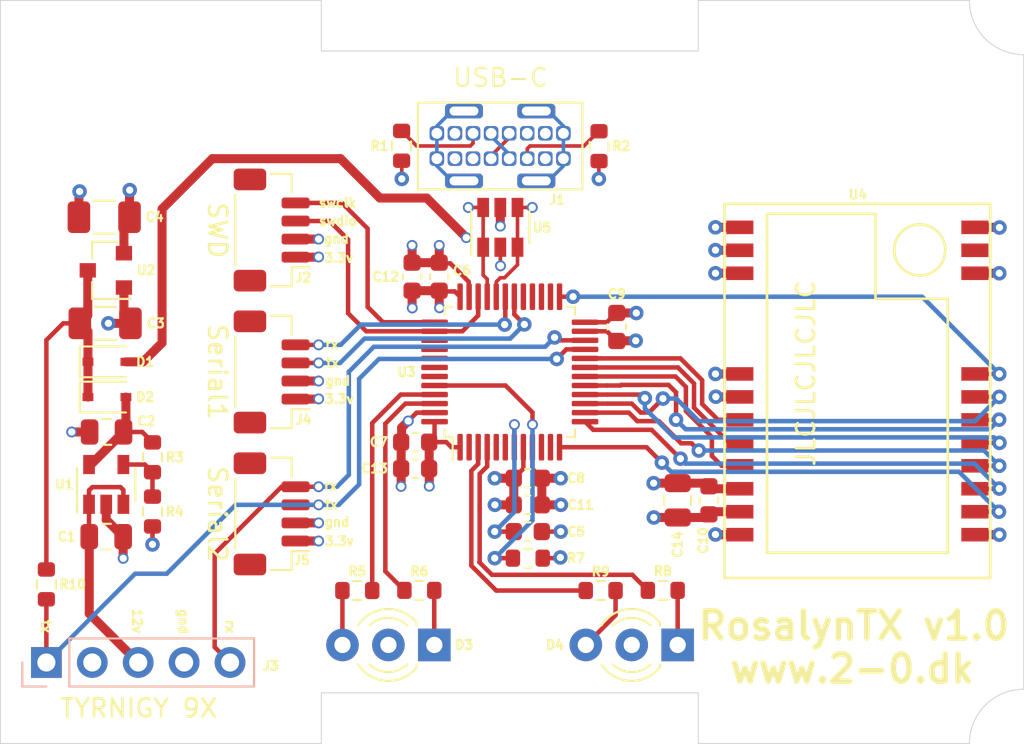
<source format=kicad_pcb>
(kicad_pcb (version 20171130) (host pcbnew 5.1.8-db9833491~87~ubuntu20.04.1)
  (title_block (title RosalynTX) (date 2020-11-05) (rev v1.0) (company www.2-0.dk))
  (layers (0 F.Cu signal) (1 In1.Cu power) (2 In2.Cu power) (31 B.Cu signal) (34 B.Paste user) (35 F.Paste user) (36 B.SilkS user) (37 F.SilkS user) (38 B.Mask user) (39 F.Mask user) (44 Edge.Cuts user))
  (net 0 "")
  (net 1 vcc_tng9x)
  (net 2 GND)
  (net 3 "Net-(C2-Pad1)")
  (net 4 +3V3)
  (net 5 +5V)
  (net 6 vcc_usb)
  (net 7 swclk)
  (net 8 e22_nrst)
  (net 9 e22_busy)
  (net 10 e22_dio2)
  (net 11 uart1_rx)
  (net 12 uart1_tx)
  (net 13 e22_dio1)
  (net 14 e22_txen)
  (net 15 e22_rxen)
  (net 16 spi1_sck)
  (net 17 spi1_miso)
  (net 18 spi1_mosi)
  (net 19 "Net-(D3-Pad1)")
  (net 20 "Net-(D4-Pad1)")
  (net 21 swdio)
  (net 22 uart3_rx)
  (net 23 uart3_tx)
  (net 24 "Net-(J1-PadB5)")
  (net 25 "Net-(J1-PadA5)")
  (net 26 "Net-(R3-Pad2)")
  (net 27 "Net-(R7-Pad1)")
  (net 28 "Net-(C5-Pad1)")
  (net 29 "Net-(D3-Pad3)")
  (net 30 "Net-(D4-Pad3)")
  (net 31 hmi_error1)
  (net 32 hmi_status1)
  (net 33 hmi_status2)
  (net 34 hmi_error2)
  (net 35 usb_N)
  (net 36 usb_P)
  (net 37 e22_nss)
  (module rosalyn-tx:usb-c_14pin_tht_vertical (layer F.Cu) (at 147.64 47.5)
    (fp_text reference J1 (at 3.15 2.97) (layer F.SilkS) (effects (font (size 0.5 0.5) (thickness 0.125))))
    (fp_text value USB-C)
    (pad B8 thru_hole roundrect (at -1.5 0.7) (size 0.8 0.8) (drill 0.6) (layers *.Cu *.Mask) (clearance 0.01))
    (pad A8 thru_hole roundrect (at 1.5 -0.7) (size 0.8 0.8) (drill 0.6) (layers *.Cu *.Mask) (clearance 0.01))
    (pad S1 thru_hole roundrect (at -2 1.93) (size 2.1 0.8) (drill oval 1.6 0.5) (layers *.Cu *.Mask) (net 2 GND))
    (pad S1 thru_hole roundrect (at 2 1.93) (size 2.1 0.8) (drill oval 1.6 0.5) (layers *.Cu *.Mask) (net 2 GND))
    (pad S1 thru_hole roundrect (at 2 -1.93) (size 2.1 0.8) (drill oval 1.6 0.5) (layers *.Cu *.Mask) (net 2 GND))
    (pad S1 thru_hole roundrect (at -2 -1.93) (size 2.1 0.8) (drill oval 1.6 0.5) (layers *.Cu *.Mask) (net 2 GND))
    (pad A12 thru_hole roundrect (at 3.5 -0.7) (size 0.8 0.8) (drill 0.6) (layers *.Cu *.Mask) (net 2 GND) (clearance 0.01))
    (pad A9 thru_hole roundrect (at 2.5 -0.7) (size 0.8 0.8) (drill 0.6) (layers *.Cu *.Mask) (net 6 vcc_usb) (clearance 0.01))
    (pad A7 thru_hole roundrect (at 0.5 -0.7) (size 0.8 0.8) (drill 0.6) (layers *.Cu *.Mask) (net 35 usb_N) (clearance 0.01))
    (pad A6 thru_hole roundrect (at -0.5 -0.7) (size 0.8 0.8) (drill 0.6) (layers *.Cu *.Mask) (net 36 usb_P) (clearance 0.01))
    (pad A5 thru_hole roundrect (at -1.5 -0.7) (size 0.8 0.8) (drill 0.6) (layers *.Cu *.Mask) (net 25 "Net-(J1-PadA5)") (clearance 0.01))
    (pad A4 thru_hole roundrect (at -2.5 -0.7) (size 0.8 0.8) (drill 0.6) (layers *.Cu *.Mask) (net 6 vcc_usb) (clearance 0.01))
    (pad A1 thru_hole roundrect (at -3.5 -0.7) (size 0.8 0.8) (drill 0.6) (layers *.Cu *.Mask) (net 2 GND) (clearance 0.01))
    (pad B12 thru_hole roundrect (at -3.5 0.7) (size 0.8 0.8) (drill 0.6) (layers *.Cu *.Mask) (net 2 GND) (clearance 0.01))
    (pad B9 thru_hole roundrect (at -2.5 0.7) (size 0.8 0.8) (drill 0.6) (layers *.Cu *.Mask) (net 6 vcc_usb) (clearance 0.01))
    (pad B7 thru_hole roundrect (at -0.5 0.7) (size 0.8 0.8) (drill 0.6) (layers *.Cu *.Mask) (net 35 usb_N) (clearance 0.01))
    (pad B1 thru_hole roundrect (at 3.5 0.7) (size 0.8 0.8) (drill 0.6) (layers *.Cu *.Mask) (net 2 GND) (clearance 0.01))
    (pad B4 thru_hole roundrect (at 2.5 0.7) (size 0.8 0.8) (drill 0.6) (layers *.Cu *.Mask) (net 6 vcc_usb) (clearance 0.01))
    (pad B5 thru_hole roundrect (at 1.5 0.7) (size 0.8 0.8) (drill 0.6) (layers *.Cu *.Mask) (net 24 "Net-(J1-PadB5)") (clearance 0.01))
    (pad B6 thru_hole roundrect (at 0.5 0.7) (size 0.8 0.8) (drill 0.6) (layers *.Cu *.Mask) (net 36 usb_P) (clearance 0.01))
  )
  (module rosalyn-tx:JST_SH_BM04B-SRSS-TB_1x04-1MP_P1.00mm_Vertical (layer F.Cu) (at 135 67.85 90)
    (fp_text reference J5 (at -2.57 1.67 180) (layer F.SilkS) (effects (font (size 0.5 0.5) (thickness 0.125))))
    (fp_text value Serial2)
    (pad MP smd roundrect (at 2.8 -1.2 90) (size 1.2 1.8) (layers F.Cu F.Paste F.Mask) (roundrect_rratio 0.2083325))
    (pad MP smd roundrect (at -2.8 -1.2 90) (size 1.2 1.8) (layers F.Cu F.Paste F.Mask) (roundrect_rratio 0.2083325))
    (pad 4 smd roundrect (at 1.5 1.325 90) (size 0.6 1.55) (layers F.Cu F.Paste F.Mask) (net 22 uart3_rx))
    (pad 3 smd roundrect (at 0.5 1.325 90) (size 0.6 1.55) (layers F.Cu F.Paste F.Mask) (net 23 uart3_tx))
    (pad 2 smd roundrect (at -0.5 1.325 90) (size 0.6 1.55) (layers F.Cu F.Paste F.Mask) (net 2 GND))
    (pad 1 smd roundrect (at -1.5 1.325 90) (size 0.6 1.55) (layers F.Cu F.Paste F.Mask) (net 4 +3V3))
  )
  (module rosalyn-tx:JST_SH_BM04B-SRSS-TB_1x04-1MP_P1.00mm_Vertical (layer F.Cu) (at 135 60 90)
    (fp_text reference J4 (at -2.64 1.77 180) (layer F.SilkS) (effects (font (size 0.5 0.5) (thickness 0.125))))
    (fp_text value Serial1)
    (pad MP smd roundrect (at 2.8 -1.2 90) (size 1.2 1.8) (layers F.Cu F.Paste F.Mask) (roundrect_rratio 0.2083325))
    (pad MP smd roundrect (at -2.8 -1.2 90) (size 1.2 1.8) (layers F.Cu F.Paste F.Mask) (roundrect_rratio 0.2083325))
    (pad 4 smd roundrect (at 1.5 1.325 90) (size 0.6 1.55) (layers F.Cu F.Paste F.Mask) (net 11 uart1_rx))
    (pad 3 smd roundrect (at 0.5 1.325 90) (size 0.6 1.55) (layers F.Cu F.Paste F.Mask) (net 12 uart1_tx))
    (pad 2 smd roundrect (at -0.5 1.325 90) (size 0.6 1.55) (layers F.Cu F.Paste F.Mask) (net 2 GND))
    (pad 1 smd roundrect (at -1.5 1.325 90) (size 0.6 1.55) (layers F.Cu F.Paste F.Mask) (net 4 +3V3))
  )
  (module rosalyn-tx:JST_SH_BM04B-SRSS-TB_1x04-1MP_P1.00mm_Vertical (layer F.Cu) (at 135 52.15 90)
    (fp_text reference J2 (at -2.63 1.75 180) (layer F.SilkS) (effects (font (size 0.5 0.5) (thickness 0.125))))
    (fp_text value SWD)
    (pad MP smd roundrect (at 2.8 -1.2 90) (size 1.2 1.8) (layers F.Cu F.Paste F.Mask) (roundrect_rratio 0.2083325))
    (pad MP smd roundrect (at -2.8 -1.2 90) (size 1.2 1.8) (layers F.Cu F.Paste F.Mask) (roundrect_rratio 0.2083325))
    (pad 4 smd roundrect (at 1.5 1.325 90) (size 0.6 1.55) (layers F.Cu F.Paste F.Mask) (net 7 swclk))
    (pad 3 smd roundrect (at 0.5 1.325 90) (size 0.6 1.55) (layers F.Cu F.Paste F.Mask) (net 21 swdio))
    (pad 2 smd roundrect (at -0.5 1.325 90) (size 0.6 1.55) (layers F.Cu F.Paste F.Mask) (net 2 GND))
    (pad 1 smd roundrect (at -1.5 1.325 90) (size 0.6 1.55) (layers F.Cu F.Paste F.Mask) (net 4 +3V3))
  )
  (module rosalyn-tx:E22-EBYTE (layer F.Cu) (at 167.4 60 90)
    (fp_text reference U4 (at 9.81 0.03) (layer F.SilkS) (effects (font (size 0.5 0.5) (thickness 0.125))))
    (fp_text value E22-EBYTE hide)
    (pad 22 smd rect (at 8 6.5 90) (size 0.75 1.5) (layers F.Cu F.Paste F.Mask) (net 2 GND))
    (pad 21 smd rect (at 6.73 6.5 90) (size 0.75 1.5) (layers F.Cu F.Paste F.Mask))
    (pad 20 smd rect (at 5.46 6.5 90) (size 0.75 1.5) (layers F.Cu F.Paste F.Mask) (net 2 GND))
    (pad 19 smd rect (at -0.11 6.5 90) (size 0.75 1.5) (layers F.Cu F.Paste F.Mask) (net 37 e22_nss))
    (pad 18 smd rect (at -1.38 6.5 90) (size 0.75 1.5) (layers F.Cu F.Paste F.Mask) (net 16 spi1_sck))
    (pad 17 smd rect (at -2.65 6.5 90) (size 0.75 1.5) (layers F.Cu F.Paste F.Mask) (net 18 spi1_mosi))
    (pad 16 smd rect (at -3.92 6.5 90) (size 0.75 1.5) (layers F.Cu F.Paste F.Mask) (net 17 spi1_miso))
    (pad 15 smd rect (at -5.19 6.5 90) (size 0.75 1.5) (layers F.Cu F.Paste F.Mask) (net 8 e22_nrst))
    (pad 14 smd rect (at -6.46 6.5 90) (size 0.75 1.5) (layers F.Cu F.Paste F.Mask) (net 9 e22_busy))
    (pad 13 smd rect (at -7.73 6.5 90) (size 0.75 1.5) (layers F.Cu F.Paste F.Mask) (net 13 e22_dio1))
    (pad 12 smd rect (at -9 6.5 90) (size 0.75 1.5) (layers F.Cu F.Paste F.Mask) (net 2 GND))
    (pad 11 smd rect (at -9 -6.5 90) (size 0.75 1.5) (layers F.Cu F.Paste F.Mask) (net 2 GND))
    (pad 10 smd rect (at -7.73 -6.5 90) (size 0.75 1.5) (layers F.Cu F.Paste F.Mask) (net 2 GND))
    (pad 9 smd rect (at -6.46 -6.5 90) (size 0.75 1.5) (layers F.Cu F.Paste F.Mask) (net 4 +3V3))
    (pad 8 smd rect (at -5.19 -6.5 90) (size 0.75 1.5) (layers F.Cu F.Paste F.Mask) (net 10 e22_dio2))
    (pad 7 smd rect (at -3.92 -6.5 90) (size 0.75 1.5) (layers F.Cu F.Paste F.Mask) (net 14 e22_txen))
    (pad 6 smd rect (at -2.65 -6.5 90) (size 0.75 1.5) (layers F.Cu F.Paste F.Mask) (net 15 e22_rxen))
    (pad 5 smd rect (at -1.38 -6.5 90) (size 0.75 1.5) (layers F.Cu F.Paste F.Mask) (net 2 GND))
    (pad 4 smd rect (at -0.11 -6.5 90) (size 0.75 1.5) (layers F.Cu F.Paste F.Mask) (net 2 GND))
    (pad 3 smd rect (at 5.46 -6.5 90) (size 0.75 1.5) (layers F.Cu F.Paste F.Mask) (net 2 GND))
    (pad 2 smd rect (at 6.73 -6.5 90) (size 0.75 1.5) (layers F.Cu F.Paste F.Mask) (net 2 GND))
    (pad 1 smd rect (at 8 -6.5 90) (size 0.75 1.5) (layers F.Cu F.Paste F.Mask) (net 2 GND))
  )
  (module Capacitor_SMD:C_0805_2012Metric (layer F.Cu) (at 157.46 67.1 270)
    (fp_text reference C14 (at 2.44 0 90) (layer F.SilkS) (effects (font (size 0.5 0.5) (thickness 0.125))))
    (fp_text value 10u)
    (pad 2 smd roundrect (at 0.95 0 270) (size 1 1.45) (layers F.Cu F.Paste F.Mask) (net 2 GND))
    (pad 1 smd roundrect (at -0.95 0 270) (size 1 1.45) (layers F.Cu F.Paste F.Mask) (net 4 +3V3))
  )
  (module Capacitor_SMD:C_0603_1608Metric (layer F.Cu) (at 154.09 57.51 90)
    (fp_text reference C9 (at 1.82 0 180) (layer F.SilkS) (effects (font (size 0.5 0.5) (thickness 0.125))))
    (fp_text value 100n)
    (pad 2 smd roundrect (at 0.775 0 90) (size 0.9 0.95) (layers F.Cu F.Paste F.Mask) (net 4 +3V3))
    (pad 1 smd roundrect (at -0.775 0 90) (size 0.9 0.95) (layers F.Cu F.Paste F.Mask) (net 2 GND))
  )
  (module Capacitor_SMD:C_0603_1608Metric (layer F.Cu) (at 144.27 54.73 270)
    (fp_text reference C6 (at -0.34 -1.26 180) (layer F.SilkS) (effects (font (size 0.5 0.5) (thickness 0.125))))
    (fp_text value 100n)
    (pad 2 smd roundrect (at 0.775 0 270) (size 0.9 0.95) (layers F.Cu F.Paste F.Mask) (net 4 +3V3))
    (pad 1 smd roundrect (at -0.775 0 270) (size 0.9 0.95) (layers F.Cu F.Paste F.Mask) (net 2 GND))
  )
  (module Package_TO_SOT_SMD:SOT-23-6 (layer F.Cu) (at 147.65 52 90)
    (fp_text reference U5 (at -0.01 2.31 180) (layer F.SilkS) (effects (font (size 0.5 0.5) (thickness 0.125))))
    (fp_text value SRV05-4)
    (pad 1 smd rect (at -1.1 -0.95 90) (size 1.06 0.65) (layers F.Cu F.Paste F.Mask) (net 36 usb_P))
    (pad 2 smd rect (at -1.1 0 90) (size 1.06 0.65) (layers F.Cu F.Paste F.Mask) (net 2 GND))
    (pad 3 smd rect (at -1.1 0.95 90) (size 1.06 0.65) (layers F.Cu F.Paste F.Mask) (net 35 usb_N))
    (pad 4 smd rect (at 1.1 0.95 90) (size 1.06 0.65) (layers F.Cu F.Paste F.Mask) (net 35 usb_N))
    (pad 6 smd rect (at 1.1 -0.95 90) (size 1.06 0.65) (layers F.Cu F.Paste F.Mask) (net 36 usb_P))
    (pad 5 smd rect (at 1.1 0 90) (size 1.06 0.65) (layers F.Cu F.Paste F.Mask) (net 6 vcc_usb))
  )
  (module Capacitor_SMD:C_0805_2012Metric (layer F.Cu) (at 125.87 63.32 180)
    (fp_text reference C2 (at -2.2 0.59) (layer F.SilkS) (effects (font (size 0.5 0.5) (thickness 0.125))))
    (fp_text value 10u)
    (pad 2 smd roundrect (at 0.9375 0 180) (size 0.975 1.4) (layers F.Cu F.Paste F.Mask) (net 2 GND))
    (pad 1 smd roundrect (at -0.9375 0 180) (size 0.975 1.4) (layers F.Cu F.Paste F.Mask) (net 3 "Net-(C2-Pad1)"))
  )
  (module Capacitor_SMD:C_0805_2012Metric (layer F.Cu) (at 125.85 69.11)
    (fp_text reference C1 (at -2.19 0) (layer F.SilkS) (effects (font (size 0.5 0.5) (thickness 0.125))))
    (fp_text value 10u)
    (pad 2 smd roundrect (at 0.9375 0) (size 0.975 1.4) (layers F.Cu F.Paste F.Mask) (net 2 GND))
    (pad 1 smd roundrect (at -0.9375 0) (size 0.975 1.4) (layers F.Cu F.Paste F.Mask) (net 1 vcc_tng9x))
  )
  (module Package_TO_SOT_SMD:SOT-23-5 (layer F.Cu) (at 125.85 66.22 90)
    (fp_text reference U1 (at 0 -2.32) (layer F.SilkS) (effects (font (size 0.5 0.5) (thickness 0.125))))
    (fp_text value SPX3819)
    (pad 5 smd rect (at 1.1 -0.95 90) (size 1.06 0.65) (layers F.Cu F.Paste F.Mask) (net 3 "Net-(C2-Pad1)"))
    (pad 4 smd rect (at 1.1 0.95 90) (size 1.06 0.65) (layers F.Cu F.Paste F.Mask) (net 26 "Net-(R3-Pad2)"))
    (pad 3 smd rect (at -1.1 0.95 90) (size 1.06 0.65) (layers F.Cu F.Paste F.Mask) (net 1 vcc_tng9x))
    (pad 2 smd rect (at -1.1 0 90) (size 1.06 0.65) (layers F.Cu F.Paste F.Mask) (net 2 GND))
    (pad 1 smd rect (at -1.1 -0.95 90) (size 1.06 0.65) (layers F.Cu F.Paste F.Mask) (net 1 vcc_tng9x))
  )
  (module Package_TO_SOT_SMD:SOT-23 (layer F.Cu) (at 125.83 54.38 180)
    (fp_text reference U2 (at -2.23 0.01) (layer F.SilkS) (effects (font (size 0.5 0.5) (thickness 0.125))))
    (fp_text value XC6206)
    (pad 1 smd rect (at -1 -0.95 180) (size 0.9 0.8) (layers F.Cu F.Paste F.Mask) (net 2 GND))
    (pad 2 smd rect (at -1 0.95 180) (size 0.9 0.8) (layers F.Cu F.Paste F.Mask) (net 4 +3V3))
    (pad 3 smd rect (at 1 0 180) (size 0.9 0.8) (layers F.Cu F.Paste F.Mask) (net 5 +5V))
  )
  (module Diode_SMD:D_SOD-323 (layer F.Cu) (at 125.89 59.44)
    (fp_text reference D1 (at 2.11 0) (layer F.SilkS) (effects (font (size 0.5 0.5) (thickness 0.125))))
    (fp_text value B5819WS)
    (pad 1 smd rect (at -1.05 0) (size 0.6 0.45) (layers F.Cu F.Paste F.Mask) (net 5 +5V))
    (pad 2 smd rect (at 1.05 0) (size 0.6 0.45) (layers F.Cu F.Paste F.Mask) (net 6 vcc_usb))
  )
  (module Diode_SMD:D_SOD-323 (layer F.Cu) (at 125.89 61.39)
    (fp_text reference D2 (at 2.11 0) (layer F.SilkS) (effects (font (size 0.5 0.5) (thickness 0.125))))
    (fp_text value B5819WS)
    (pad 2 smd rect (at 1.05 0) (size 0.6 0.45) (layers F.Cu F.Paste F.Mask) (net 3 "Net-(C2-Pad1)"))
    (pad 1 smd rect (at -1.05 0) (size 0.6 0.45) (layers F.Cu F.Paste F.Mask) (net 5 +5V))
  )
  (module Capacitor_SMD:C_0603_1608Metric (layer F.Cu) (at 149.17 68.83)
    (fp_text reference C5 (at 2.67 0) (layer F.SilkS) (effects (font (size 0.5 0.5) (thickness 0.125))))
    (fp_text value 100n)
    (pad 1 smd roundrect (at -0.775 0) (size 0.9 0.95) (layers F.Cu F.Paste F.Mask) (net 28 "Net-(C5-Pad1)"))
    (pad 2 smd roundrect (at 0.775 0) (size 0.9 0.95) (layers F.Cu F.Paste F.Mask) (net 2 GND))
  )
  (module Capacitor_SMD:C_0603_1608Metric (layer F.Cu) (at 159.19 67.1 270)
    (fp_text reference C10 (at 2.22 0.32 270) (layer F.SilkS) (effects (font (size 0.5 0.5) (thickness 0.125))))
    (fp_text value 100n)
    (pad 2 smd roundrect (at 0.775 0 270) (size 0.9 0.95) (layers F.Cu F.Paste F.Mask) (net 2 GND))
    (pad 1 smd roundrect (at -0.775 0 270) (size 0.9 0.95) (layers F.Cu F.Paste F.Mask) (net 4 +3V3))
  )
  (module Resistor_SMD:R_0603_1608Metric (layer F.Cu) (at 128.41 64.72 270)
    (fp_text reference R3 (at 0 -1.23 180) (layer F.SilkS) (effects (font (size 0.5 0.5) (thickness 0.125))))
    (fp_text value R)
    (pad 1 smd roundrect (at -0.825 0 270) (size 0.8 0.95) (layers F.Cu F.Paste F.Mask) (net 3 "Net-(C2-Pad1)"))
    (pad 2 smd roundrect (at 0.825 0 270) (size 0.8 0.95) (layers F.Cu F.Paste F.Mask) (net 26 "Net-(R3-Pad2)"))
  )
  (module Capacitor_SMD:C_0603_1608Metric (layer F.Cu) (at 149.17 65.88)
    (fp_text reference C8 (at 2.67 0) (layer F.SilkS) (effects (font (size 0.5 0.5) (thickness 0.125))))
    (fp_text value 100n)
    (pad 2 smd roundrect (at 0.775 0) (size 0.9 0.95) (layers F.Cu F.Paste F.Mask) (net 4 +3V3))
    (pad 1 smd roundrect (at -0.775 0) (size 0.9 0.95) (layers F.Cu F.Paste F.Mask) (net 2 GND))
  )
  (module Capacitor_SMD:C_0603_1608Metric (layer F.Cu) (at 142.94 63.88)
    (fp_text reference C7 (at -2.01 0) (layer F.SilkS) (effects (font (size 0.5 0.5) (thickness 0.125))))
    (fp_text value 100n)
    (pad 1 smd roundrect (at -0.775 0) (size 0.9 0.95) (layers F.Cu F.Paste F.Mask) (net 2 GND))
    (pad 2 smd roundrect (at 0.775 0) (size 0.9 0.95) (layers F.Cu F.Paste F.Mask) (net 4 +3V3))
  )
  (module Capacitor_SMD:C_1206_3216Metric (layer F.Cu) (at 125.79 57.31)
    (fp_text reference C3 (at 2.8 0) (layer F.SilkS) (effects (font (size 0.5 0.5) (thickness 0.125))))
    (fp_text value 10u)
    (pad 2 smd roundrect (at 1.4 0) (size 1.25 1.75) (layers F.Cu F.Paste F.Mask) (roundrect_rratio 0.2) (net 2 GND))
    (pad 1 smd roundrect (at -1.4 0) (size 1.25 1.75) (layers F.Cu F.Paste F.Mask) (roundrect_rratio 0.2) (net 5 +5V))
  )
  (module Capacitor_SMD:C_1206_3216Metric (layer F.Cu) (at 125.74 51.44 180)
    (fp_text reference C4 (at -2.79 0.01 180) (layer F.SilkS) (effects (font (size 0.5 0.5) (thickness 0.125))))
    (fp_text value 10u)
    (pad 2 smd roundrect (at 1.4 0 180) (size 1.25 1.75) (layers F.Cu F.Paste F.Mask) (roundrect_rratio 0.2) (net 2 GND))
    (pad 1 smd roundrect (at -1.4 0 180) (size 1.25 1.75) (layers F.Cu F.Paste F.Mask) (roundrect_rratio 0.2) (net 4 +3V3))
  )
  (module Resistor_SMD:R_0603_1608Metric (layer F.Cu) (at 142.19 47.49 90)
    (fp_text reference R1 (at 0 -1.23 180) (layer F.SilkS) (effects (font (size 0.5 0.5) (thickness 0.125))))
    (fp_text value 5k1)
    (pad 2 smd roundrect (at 0.825 0 90) (size 0.8 0.95) (layers F.Cu F.Paste F.Mask) (net 25 "Net-(J1-PadA5)"))
    (pad 1 smd roundrect (at -0.825 0 90) (size 0.8 0.95) (layers F.Cu F.Paste F.Mask) (net 2 GND))
  )
  (module Resistor_SMD:R_0603_1608Metric (layer F.Cu) (at 128.41 67.72 270)
    (fp_text reference R4 (at 0 -1.23 180) (layer F.SilkS) (effects (font (size 0.5 0.5) (thickness 0.125))))
    (fp_text value R)
    (pad 1 smd roundrect (at -0.825 0 270) (size 0.8 0.95) (layers F.Cu F.Paste F.Mask) (net 26 "Net-(R3-Pad2)"))
    (pad 2 smd roundrect (at 0.825 0 270) (size 0.8 0.95) (layers F.Cu F.Paste F.Mask) (net 2 GND))
  )
  (module Connector_PinSocket_2.54mm:PinSocket_1x05_P2.54mm_Vertical (layer B.Cu) (at 122.54 76.07 270)
    (fp_text reference J3 (at 0.18 -12.41) (layer F.SilkS) (effects (font (size 0.5 0.5) (thickness 0.125))))
    (fp_text value "TURNIGY 9X")
    (pad 1 thru_hole rect (at 0 0 270) (size 1.7 1.7) (drill 1) (layers *.Cu *.Mask) (net 23 uart3_tx))
    (pad 2 thru_hole oval (at 0 -2.54 270) (size 1.7 1.7) (drill 1) (layers *.Cu *.Mask))
    (pad 3 thru_hole oval (at 0 -5.08 270) (size 1.7 1.7) (drill 1) (layers *.Cu *.Mask) (net 1 vcc_tng9x))
    (pad 4 thru_hole oval (at 0 -7.62 270) (size 1.7 1.7) (drill 1) (layers *.Cu *.Mask) (net 2 GND))
    (pad 5 thru_hole oval (at 0 -10.16 270) (size 1.7 1.7) (drill 1) (layers *.Cu *.Mask) (net 22 uart3_rx))
  )
  (module Resistor_SMD:R_0603_1608Metric (layer F.Cu) (at 139.74 72.09 180)
    (fp_text reference R5 (at 0 1.06 180) (layer F.SilkS) (effects (font (size 0.5 0.5) (thickness 0.125))))
    (fp_text value 1k)
    (pad 2 smd roundrect (at 0.825 0 180) (size 0.8 0.95) (layers F.Cu F.Paste F.Mask) (net 29 "Net-(D3-Pad3)"))
    (pad 1 smd roundrect (at -0.825 0 180) (size 0.8 0.95) (layers F.Cu F.Paste F.Mask) (net 31 hmi_error1))
  )
  (module Resistor_SMD:R_0603_1608Metric (layer F.Cu) (at 143.17 72.08)
    (fp_text reference R6 (at 0 -1.05 -180) (layer F.SilkS) (effects (font (size 0.5 0.5) (thickness 0.125))))
    (fp_text value 1k)
    (pad 1 smd roundrect (at -0.825 0) (size 0.8 0.95) (layers F.Cu F.Paste F.Mask) (net 32 hmi_status1))
    (pad 2 smd roundrect (at 0.825 0) (size 0.8 0.95) (layers F.Cu F.Paste F.Mask) (net 19 "Net-(D3-Pad1)"))
  )
  (module Package_QFP:LQFP-48_7x7mm_P0.5mm (layer F.Cu) (at 148.175 60 90)
    (fp_text reference U3 (at 0 -5.715 180) (layer F.SilkS) (effects (font (size 0.5 0.5) (thickness 0.125))))
    (fp_text value STM32F072C8)
    (pad 1 smd roundrect (at -4.1625 -2.75 90) (size 1.475 0.3) (layers F.Cu F.Paste F.Mask) (net 4 +3V3))
    (pad 2 smd roundrect (at -4.1625 -2.25 90) (size 1.475 0.3) (layers F.Cu F.Paste F.Mask))
    (pad 3 smd roundrect (at -4.1625 -1.75 90) (size 1.475 0.3) (layers F.Cu F.Paste F.Mask) (net 34 hmi_error2))
    (pad 4 smd roundrect (at -4.1625 -1.25 90) (size 1.475 0.3) (layers F.Cu F.Paste F.Mask) (net 33 hmi_status2))
    (pad 5 smd roundrect (at -4.1625 -0.75 90) (size 1.475 0.3) (layers F.Cu F.Paste F.Mask))
    (pad 6 smd roundrect (at -4.1625 -0.25 90) (size 1.475 0.3) (layers F.Cu F.Paste F.Mask))
    (pad 7 smd roundrect (at -4.1625 0.25 90) (size 1.475 0.3) (layers F.Cu F.Paste F.Mask) (net 28 "Net-(C5-Pad1)"))
    (pad 8 smd roundrect (at -4.1625 0.75 90) (size 1.475 0.3) (layers F.Cu F.Paste F.Mask) (net 2 GND))
    (pad 9 smd roundrect (at -4.1625 1.25 90) (size 1.475 0.3) (layers F.Cu F.Paste F.Mask) (net 4 +3V3))
    (pad 10 smd roundrect (at -4.1625 1.75 90) (size 1.475 0.3) (layers F.Cu F.Paste F.Mask))
    (pad 11 smd roundrect (at -4.1625 2.25 90) (size 1.475 0.3) (layers F.Cu F.Paste F.Mask))
    (pad 12 smd roundrect (at -4.1625 2.75 90) (size 1.475 0.3) (layers F.Cu F.Paste F.Mask) (net 13 e22_dio1))
    (pad 13 smd roundrect (at -2.75 4.1625 90) (size 0.3 1.475) (layers F.Cu F.Paste F.Mask) (net 9 e22_busy))
    (pad 14 smd roundrect (at -2.25 4.1625 90) (size 0.3 1.475) (layers F.Cu F.Paste F.Mask) (net 8 e22_nrst))
    (pad 15 smd roundrect (at -1.75 4.1625 90) (size 0.3 1.475) (layers F.Cu F.Paste F.Mask) (net 16 spi1_sck))
    (pad 16 smd roundrect (at -1.25 4.1625 90) (size 0.3 1.475) (layers F.Cu F.Paste F.Mask) (net 17 spi1_miso))
    (pad 17 smd roundrect (at -0.75 4.1625 90) (size 0.3 1.475) (layers F.Cu F.Paste F.Mask) (net 18 spi1_mosi))
    (pad 18 smd roundrect (at -0.25 4.1625 90) (size 0.3 1.475) (layers F.Cu F.Paste F.Mask) (net 10 e22_dio2))
    (pad 19 smd roundrect (at 0.25 4.1625 90) (size 0.3 1.475) (layers F.Cu F.Paste F.Mask) (net 14 e22_txen))
    (pad 20 smd roundrect (at 0.75 4.1625 90) (size 0.3 1.475) (layers F.Cu F.Paste F.Mask) (net 15 e22_rxen))
    (pad 21 smd roundrect (at 1.25 4.1625 90) (size 0.3 1.475) (layers F.Cu F.Paste F.Mask) (net 23 uart3_tx))
    (pad 22 smd roundrect (at 1.75 4.1625 90) (size 0.3 1.475) (layers F.Cu F.Paste F.Mask) (net 22 uart3_rx))
    (pad 23 smd roundrect (at 2.25 4.1625 90) (size 0.3 1.475) (layers F.Cu F.Paste F.Mask) (net 2 GND))
    (pad 24 smd roundrect (at 2.75 4.1625 90) (size 0.3 1.475) (layers F.Cu F.Paste F.Mask) (net 4 +3V3))
    (pad 25 smd roundrect (at 4.1625 2.75 90) (size 1.475 0.3) (layers F.Cu F.Paste F.Mask) (net 37 e22_nss))
    (pad 26 smd roundrect (at 4.1625 2.25 90) (size 1.475 0.3) (layers F.Cu F.Paste F.Mask))
    (pad 27 smd roundrect (at 4.1625 1.75 90) (size 1.475 0.3) (layers F.Cu F.Paste F.Mask))
    (pad 28 smd roundrect (at 4.1625 1.25 90) (size 1.475 0.3) (layers F.Cu F.Paste F.Mask))
    (pad 29 smd roundrect (at 4.1625 0.75 90) (size 1.475 0.3) (layers F.Cu F.Paste F.Mask))
    (pad 30 smd roundrect (at 4.1625 0.25 90) (size 1.475 0.3) (layers F.Cu F.Paste F.Mask) (net 12 uart1_tx))
    (pad 31 smd roundrect (at 4.1625 -0.25 90) (size 1.475 0.3) (layers F.Cu F.Paste F.Mask) (net 11 uart1_rx))
    (pad 32 smd roundrect (at 4.1625 -0.75 90) (size 1.475 0.3) (layers F.Cu F.Paste F.Mask) (net 35 usb_N))
    (pad 33 smd roundrect (at 4.1625 -1.25 90) (size 1.475 0.3) (layers F.Cu F.Paste F.Mask) (net 36 usb_P))
    (pad 34 smd roundrect (at 4.1625 -1.75 90) (size 1.475 0.3) (layers F.Cu F.Paste F.Mask) (net 21 swdio))
    (pad 35 smd roundrect (at 4.1625 -2.25 90) (size 1.475 0.3) (layers F.Cu F.Paste F.Mask) (net 2 GND))
    (pad 36 smd roundrect (at 4.1625 -2.75 90) (size 1.475 0.3) (layers F.Cu F.Paste F.Mask) (net 4 +3V3))
    (pad 37 smd roundrect (at 2.75 -4.1625 90) (size 0.3 1.475) (layers F.Cu F.Paste F.Mask) (net 7 swclk))
    (pad 38 smd roundrect (at 2.25 -4.1625 90) (size 0.3 1.475) (layers F.Cu F.Paste F.Mask) (net 21 swdio))
    (pad 39 smd roundrect (at 1.75 -4.1625 90) (size 0.3 1.475) (layers F.Cu F.Paste F.Mask))
    (pad 40 smd roundrect (at 1.25 -4.1625 90) (size 0.3 1.475) (layers F.Cu F.Paste F.Mask))
    (pad 41 smd roundrect (at 0.75 -4.1625 90) (size 0.3 1.475) (layers F.Cu F.Paste F.Mask))
    (pad 42 smd roundrect (at 0.25 -4.1625 90) (size 0.3 1.475) (layers F.Cu F.Paste F.Mask))
    (pad 43 smd roundrect (at -0.25 -4.1625 90) (size 0.3 1.475) (layers F.Cu F.Paste F.Mask))
    (pad 44 smd roundrect (at -0.75 -4.1625 90) (size 0.3 1.475) (layers F.Cu F.Paste F.Mask) (net 27 "Net-(R7-Pad1)"))
    (pad 45 smd roundrect (at -1.25 -4.1625 90) (size 0.3 1.475) (layers F.Cu F.Paste F.Mask) (net 31 hmi_error1))
    (pad 46 smd roundrect (at -1.75 -4.1625 90) (size 0.3 1.475) (layers F.Cu F.Paste F.Mask) (net 32 hmi_status1))
    (pad 47 smd roundrect (at -2.25 -4.1625 90) (size 0.3 1.475) (layers F.Cu F.Paste F.Mask) (net 2 GND))
    (pad 48 smd roundrect (at -2.75 -4.1625 90) (size 0.3 1.475) (layers F.Cu F.Paste F.Mask) (net 4 +3V3))
  )
  (module Resistor_SMD:R_0603_1608Metric (layer F.Cu) (at 153.11 47.51 90)
    (fp_text reference R2 (at 0 1.23 180) (layer F.SilkS) (effects (font (size 0.5 0.5) (thickness 0.125))))
    (fp_text value 5k1)
    (pad 2 smd roundrect (at 0.825 0 90) (size 0.8 0.95) (layers F.Cu F.Paste F.Mask) (net 24 "Net-(J1-PadB5)"))
    (pad 1 smd roundrect (at -0.825 0 90) (size 0.8 0.95) (layers F.Cu F.Paste F.Mask) (net 2 GND))
  )
  (module Resistor_SMD:R_0603_1608Metric (layer F.Cu) (at 149.17 70.3)
    (fp_text reference R7 (at 2.66 0) (layer F.SilkS) (effects (font (size 0.5 0.5) (thickness 0.125))))
    (fp_text value 100k)
    (pad 1 smd roundrect (at -0.825 0) (size 0.8 0.95) (layers F.Cu F.Paste F.Mask) (net 27 "Net-(R7-Pad1)"))
    (pad 2 smd roundrect (at 0.825 0) (size 0.8 0.95) (layers F.Cu F.Paste F.Mask) (net 2 GND))
  )
  (module Capacitor_SMD:C_0603_1608Metric (layer F.Cu) (at 149.17 67.35)
    (fp_text reference C11 (at 2.92 0) (layer F.SilkS) (effects (font (size 0.5 0.5) (thickness 0.125))))
    (fp_text value 1u)
    (pad 1 smd roundrect (at -0.775 0) (size 0.9 0.95) (layers F.Cu F.Paste F.Mask) (net 2 GND))
    (pad 2 smd roundrect (at 0.775 0) (size 0.9 0.95) (layers F.Cu F.Paste F.Mask) (net 4 +3V3))
  )
  (module Capacitor_SMD:C_0603_1608Metric (layer F.Cu) (at 142.77 54.73 270)
    (fp_text reference C12 (at 0 1.46 180) (layer F.SilkS) (effects (font (size 0.5 0.5) (thickness 0.125))))
    (fp_text value 4,7u)
    (pad 2 smd roundrect (at 0.775 0 270) (size 0.9 0.95) (layers F.Cu F.Paste F.Mask) (net 4 +3V3))
    (pad 1 smd roundrect (at -0.775 0 270) (size 0.9 0.95) (layers F.Cu F.Paste F.Mask) (net 2 GND))
  )
  (module Capacitor_SMD:C_0603_1608Metric (layer F.Cu) (at 142.94 65.35)
    (fp_text reference C13 (at -2.25 -0.01) (layer F.SilkS) (effects (font (size 0.5 0.5) (thickness 0.125))))
    (fp_text value 4,7u)
    (pad 1 smd roundrect (at -0.775 0) (size 0.9 0.95) (layers F.Cu F.Paste F.Mask) (net 2 GND))
    (pad 2 smd roundrect (at 0.775 0) (size 0.9 0.95) (layers F.Cu F.Paste F.Mask) (net 4 +3V3))
  )
  (module LED_THT:LED_D3.0mm-3 (layer F.Cu) (at 144 75.1 180)
    (fp_text reference D3 (at -1.65 0) (layer F.SilkS) (effects (font (size 0.5 0.5) (thickness 0.125))))
    (fp_text value LED1)
    (pad 3 thru_hole circle (at 5.08 0 180) (size 1.8 1.8) (drill 0.9) (layers *.Cu *.Mask) (net 29 "Net-(D3-Pad3)"))
    (pad 2 thru_hole circle (at 2.54 0 180) (size 1.8 1.8) (drill 0.9) (layers *.Cu *.Mask) (net 4 +3V3))
    (pad 1 thru_hole rect (at 0 0 180) (size 1.8 1.8) (drill 0.9) (layers *.Cu *.Mask) (net 19 "Net-(D3-Pad1)"))
  )
  (module LED_THT:LED_D3.0mm-3 (layer F.Cu) (at 157.46 75.1 180)
    (fp_text reference D4 (at 6.79 -0.01) (layer F.SilkS) (effects (font (size 0.5 0.5) (thickness 0.125))))
    (fp_text value LED2)
    (pad 1 thru_hole rect (at 0 0 180) (size 1.8 1.8) (drill 0.9) (layers *.Cu *.Mask) (net 20 "Net-(D4-Pad1)"))
    (pad 2 thru_hole circle (at 2.54 0 180) (size 1.8 1.8) (drill 0.9) (layers *.Cu *.Mask) (net 4 +3V3))
    (pad 3 thru_hole circle (at 5.08 0 180) (size 1.8 1.8) (drill 0.9) (layers *.Cu *.Mask) (net 30 "Net-(D4-Pad3)"))
  )
  (module Resistor_SMD:R_0603_1608Metric (layer F.Cu) (at 156.635 72.08)
    (fp_text reference R8 (at 0 -1.06) (layer F.SilkS) (effects (font (size 0.5 0.5) (thickness 0.125))))
    (fp_text value 1k)
    (pad 1 smd roundrect (at -0.825 0) (size 0.8 0.95) (layers F.Cu F.Paste F.Mask) (net 33 hmi_status2))
    (pad 2 smd roundrect (at 0.825 0) (size 0.8 0.95) (layers F.Cu F.Paste F.Mask) (net 20 "Net-(D4-Pad1)"))
  )
  (module Resistor_SMD:R_0603_1608Metric (layer F.Cu) (at 153.2 72.09)
    (fp_text reference R9 (at 0 -1.05) (layer F.SilkS) (effects (font (size 0.5 0.5) (thickness 0.125))))
    (fp_text value 1k)
    (pad 2 smd roundrect (at 0.825 0) (size 0.8 0.95) (layers F.Cu F.Paste F.Mask) (net 30 "Net-(D4-Pad3)"))
    (pad 1 smd roundrect (at -0.825 0) (size 0.8 0.95) (layers F.Cu F.Paste F.Mask) (net 34 hmi_error2))
  )
  (module Resistor_SMD:R_0603_1608Metric (layer F.Cu) (at 122.54 71.75 90)
    (fp_text reference R10 (at 0 1.45 180) (layer F.SilkS) (effects (font (size 0.5 0.5) (thickness 0.125))))
    (fp_text value R)
    (pad 1 smd roundrect (at -0.825 0 90) (size 0.8 0.95) (layers F.Cu F.Paste F.Mask) (net 23 uart3_tx))
    (pad 2 smd roundrect (at 0.825 0 90) (size 0.8 0.95) (layers F.Cu F.Paste F.Mask) (net 5 +5V))
  )
  (gr_text "TYRNIGY 9X" (at 127.65 78.6) (layer F.SilkS) (effects (font (size 1 1))))
  (gr_text USB-C (at 147.66 43.72) (layer F.SilkS) (effects (font (size 1 1) (thickness 0.125))))
  (gr_text tx (at 138.37 59.49) (layer F.SilkS) (effects (font (size 0.5 0.5) (thickness 0.125))))
  (gr_text rx (at 138.33 58.48) (layer F.SilkS) (effects (font (size 0.5 0.5) (thickness 0.125))))
  (gr_text tx (at 138.31 67.34) (layer F.SilkS) (effects (font (size 0.5 0.5) (thickness 0.125))))
  (gr_text rx (at 138.26 66.3) (layer F.SilkS) (effects (font (size 0.5 0.5) (thickness 0.125))))
  (gr_text gnd (at 138.62 68.31) (layer F.SilkS) (effects (font (size 0.5 0.5) (thickness 0.125))))
  (gr_text gnd (at 138.66 60.49) (layer F.SilkS) (effects (font (size 0.5 0.5) (thickness 0.125))))
  (gr_text 3.3v (at 138.74 69.37) (layer F.SilkS) (effects (font (size 0.5 0.5) (thickness 0.125))))
  (gr_text 3.3v (at 138.74 61.5) (layer F.SilkS) (effects (font (size 0.5 0.5) (thickness 0.125))))
  (gr_text 3.3v (at 138.71 53.69) (layer F.SilkS) (effects (font (size 0.5 0.5) (thickness 0.125))))
  (gr_text gnd (at 138.59 52.64) (layer F.SilkS) (effects (font (size 0.5 0.5) (thickness 0.125))))
  (gr_text swdio (at 138.67 51.65) (layer F.SilkS) (effects (font (size 0.5 0.5) (thickness 0.125))))
  (gr_text swclk (at 138.64 50.64) (layer F.SilkS) (effects (font (size 0.5 0.5) (thickness 0.125))))
  (gr_text Serial2 (at 132 67.85 270) (layer F.SilkS) (effects (font (size 1 1))))
  (gr_text Serial1 (at 132 59.99 270) (layer F.SilkS) (effects (font (size 1 1))))
  (gr_text SWD (at 132 52.16 270) (layer F.SilkS) (effects (font (size 1 1))))
  (gr_text JLCJLCJLCJLC (at 164.55 60.07 90) (layer F.SilkS) (effects (font (size 1 1))))
  (gr_text 12v (at 127.56 73.78 270) (layer F.SilkS) (effects (font (size 0.5 0.5) (thickness 0.125))))
  (gr_text gnd (at 130.13 73.8 270) (layer F.SilkS) (effects (font (size 0.5 0.5) (thickness 0.125))))
  (gr_text tx (at 122.53 74.08 270) (layer F.SilkS) (effects (font (size 0.5 0.5) (thickness 0.125))))
  (gr_text rx (at 132.7 74.08 270) (layer F.SilkS) (effects (font (size 0.5 0.5) (thickness 0.125))))
  (gr_text www.2-0.dk (at 167.11 76.42) (layer F.SilkS) (effects (font (size 1.5 1.5) (thickness 0.3))))
  (gr_text "RosalynTX v1.0" (at 167.21 74.04) (layer F.SilkS) (effects (font (size 1.5 1.5) (thickness 0.3))))
  (gr_arc (start 176.6 39.45) (end 173.6 39.45) (angle -90) (layer Edge.Cuts) (width 0.05))
  (gr_arc (start 176.6 80.55) (end 176.6 77.55) (angle -90) (layer Edge.Cuts) (width 0.05))
  (gr_line (start 158.6 39.45) (end 173.6 39.45) (layer Edge.Cuts) (width 0.05))
  (gr_line (start 158.6 80.55) (end 173.6 80.55) (layer Edge.Cuts) (width 0.05))
  (gr_line (start 158.6 77.75) (end 158.6 80.55) (layer Edge.Cuts) (width 0.05))
  (gr_line (start 158.6 39.45) (end 158.6 42.25) (layer Edge.Cuts) (width 0.05))
  (gr_line (start 137.75 39.45) (end 137.75 42.25) (layer Edge.Cuts) (width 0.05))
  (gr_line (start 120 39.45) (end 137.75 39.45) (layer Edge.Cuts) (width 0.05))
  (gr_line (start 120 80.55) (end 137.75 80.55) (layer Edge.Cuts) (width 0.05))
  (gr_line (start 137.75 80.55) (end 137.75 77.75) (layer Edge.Cuts) (width 0.05))
  (gr_line (start 120 80.55) (end 120 39.45) (layer Edge.Cuts) (width 0.05))
  (gr_line (start 158.6 77.75) (end 137.75 77.75) (layer Edge.Cuts) (width 0.05))
  (gr_line (start 176.6 42.45) (end 176.6 77.55) (layer Edge.Cuts) (width 0.05))
  (gr_line (start 137.75 42.25) (end 158.6 42.25) (layer Edge.Cuts) (width 0.05))
  (segment (start 124.9 69.0975) (end 124.9125 69.11) (width 0.25) (layer F.Cu) (net 1))
  (segment (start 124.9 67.32) (end 124.9 69.0975) (width 0.25) (layer F.Cu) (net 1))
  (segment (start 125.0725 73.5225) (end 127.62 76.07) (width 0.5) (layer F.Cu) (net 1))
  (segment (start 124.9125 73.3625) (end 125.0725 73.5225) (width 0.5) (layer F.Cu) (net 1))
  (segment (start 124.9125 69.11) (end 124.9125 73.3625) (width 0.5) (layer F.Cu) (net 1))
  (segment (start 126.8 66.52999) (end 126.8 67.32) (width 0.25) (layer F.Cu) (net 1))
  (segment (start 125.08 66.37) (end 126.64001 66.37) (width 0.25) (layer F.Cu) (net 1))
  (segment (start 124.9 66.55) (end 125.08 66.37) (width 0.25) (layer F.Cu) (net 1))
  (segment (start 126.64001 66.37) (end 126.8 66.52999) (width 0.25) (layer F.Cu) (net 1))
  (segment (start 124.9 67.32) (end 124.9 66.55) (width 0.25) (layer F.Cu) (net 1))
  (segment (start 148.55 65.725) (end 148.395 65.88) (width 0.25) (layer F.Cu) (net 2))
  (segment (start 159.265 67.73) (end 159.13 67.865) (width 0.5) (layer F.Cu) (net 2))
  (via (at 159.55 68.99) (size 0.8) (drill 0.4) (layers F.Cu B.Cu) (net 2))
  (segment (start 159.56 69) (end 159.55 68.99) (width 0.25) (layer F.Cu) (net 2))
  (segment (start 160.9 69) (end 159.56 69) (width 0.5) (layer F.Cu) (net 2))
  (via (at 175.25 69) (size 0.8) (drill 0.4) (layers F.Cu B.Cu) (net 2))
  (segment (start 173.9 69) (end 175.25 69) (width 0.5) (layer F.Cu) (net 2))
  (via (at 175.25 54.54) (size 0.8) (drill 0.4) (layers F.Cu B.Cu) (net 2))
  (segment (start 173.9 54.54) (end 175.25 54.54) (width 0.5) (layer F.Cu) (net 2))
  (via (at 175.26 52.01) (size 0.8) (drill 0.4) (layers F.Cu B.Cu) (net 2))
  (segment (start 175.25 52) (end 175.26 52.01) (width 0.25) (layer F.Cu) (net 2))
  (segment (start 173.9 52) (end 175.25 52) (width 0.5) (layer F.Cu) (net 2))
  (via (at 159.55 52) (size 0.8) (drill 0.4) (layers F.Cu B.Cu) (net 2))
  (segment (start 160.9 52) (end 159.55 52) (width 0.5) (layer F.Cu) (net 2))
  (via (at 159.55 53.26) (size 0.8) (drill 0.4) (layers F.Cu B.Cu) (net 2))
  (segment (start 159.56 53.27) (end 159.55 53.26) (width 0.25) (layer F.Cu) (net 2))
  (segment (start 160.9 53.27) (end 159.56 53.27) (width 0.5) (layer F.Cu) (net 2))
  (via (at 159.55 54.54) (size 0.8) (drill 0.4) (layers F.Cu B.Cu) (net 2))
  (segment (start 160.9 54.54) (end 159.55 54.54) (width 0.5) (layer F.Cu) (net 2))
  (via (at 159.55 60.11) (size 0.8) (drill 0.4) (layers F.Cu B.Cu) (net 2))
  (segment (start 160.9 60.11) (end 159.55 60.11) (width 0.5) (layer F.Cu) (net 2))
  (via (at 155.139998 58.27) (size 0.8) (drill 0.4) (layers F.Cu B.Cu) (net 2))
  (segment (start 154.07 58.275) (end 155.134998 58.275) (width 0.5) (layer F.Cu) (net 2))
  (segment (start 155.134998 58.275) (end 155.139998 58.27) (width 0.25) (layer F.Cu) (net 2))
  (via (at 150.99 68.83) (size 0.8) (drill 0.4) (layers F.Cu B.Cu) (net 2))
  (segment (start 126.83 56.95) (end 127.19 57.31) (width 0.25) (layer F.Cu) (net 2))
  (segment (start 126.83 55.33) (end 126.83 56.95) (width 0.5) (layer F.Cu) (net 2))
  (via (at 125.97 57.31) (size 0.8) (drill 0.4) (layers F.Cu B.Cu) (net 2))
  (segment (start 127.19 57.31) (end 125.97 57.31) (width 0.5) (layer F.Cu) (net 2))
  (segment (start 124.34 51.44) (end 124.34 50.054255) (width 0.5) (layer F.Cu) (net 2))
  (via (at 124.376312 50.017943) (size 0.8) (drill 0.4) (layers F.Cu B.Cu) (net 2))
  (segment (start 124.34 50.054255) (end 124.376312 50.017943) (width 0.25) (layer F.Cu) (net 2))
  (via (at 147.34 65.88) (size 0.8) (drill 0.4) (layers F.Cu B.Cu) (net 2))
  (via (at 159.57 61.370002) (size 0.8) (drill 0.4) (layers F.Cu B.Cu) (net 2))
  (segment (start 160.9 61.38) (end 159.579998 61.38) (width 0.5) (layer F.Cu) (net 2))
  (segment (start 159.579998 61.38) (end 159.57 61.370002) (width 0.25) (layer F.Cu) (net 2))
  (via (at 142.2 49.32) (size 0.8) (drill 0.4) (layers F.Cu B.Cu) (net 2))
  (segment (start 142.2 48.325) (end 142.2 49.32) (width 0.2) (layer F.Cu) (net 2))
  (via (at 153.1 49.32) (size 0.8) (drill 0.4) (layers F.Cu B.Cu) (net 2))
  (segment (start 153.1 48.325) (end 153.1 49.32) (width 0.2) (layer F.Cu) (net 2))
  (segment (start 153.545 57.75) (end 154.07 58.275) (width 0.25) (layer F.Cu) (net 2))
  (segment (start 152.3375 57.75) (end 153.545 57.75) (width 0.25) (layer F.Cu) (net 2))
  (segment (start 148.925 65.35) (end 148.395 65.88) (width 0.25) (layer F.Cu) (net 2))
  (segment (start 148.925 64.1625) (end 148.925 65.35) (width 0.25) (layer F.Cu) (net 2))
  (via (at 142.16 66.33) (size 0.6) (drill 0.4) (layers F.Cu B.Cu) (net 2))
  (via (at 144.27 53) (size 0.6) (drill 0.4) (layers F.Cu B.Cu) (net 2))
  (via (at 156.14 68.05) (size 0.8) (drill 0.4) (layers F.Cu B.Cu) (net 2))
  (via (at 137.6 52.65) (size 0.6) (drill 0.4) (layers F.Cu B.Cu) (net 2))
  (segment (start 136.325 52.65) (end 137.6 52.65) (width 0.5) (layer F.Cu) (net 2))
  (via (at 137.6 60.5) (size 0.6) (drill 0.4) (layers F.Cu B.Cu) (net 2))
  (segment (start 136.325 60.5) (end 137.6 60.5) (width 0.5) (layer F.Cu) (net 2))
  (via (at 137.6 68.35) (size 0.6) (drill 0.4) (layers F.Cu B.Cu) (net 2))
  (segment (start 136.325 68.35) (end 137.6 68.35) (width 0.5) (layer F.Cu) (net 2))
  (segment (start 125.85 68.1725) (end 126.7875 69.11) (width 0.5) (layer F.Cu) (net 2))
  (segment (start 125.85 67.32) (end 125.85 68.1725) (width 0.5) (layer F.Cu) (net 2))
  (via (at 126.79 70.31) (size 0.6) (drill 0.4) (layers F.Cu B.Cu) (net 2))
  (segment (start 126.7875 70.3075) (end 126.79 70.31) (width 0.25) (layer F.Cu) (net 2))
  (segment (start 126.7875 69.11) (end 126.7875 70.3075) (width 0.5) (layer F.Cu) (net 2))
  (via (at 123.94 63.32) (size 0.6) (drill 0.4) (layers F.Cu B.Cu) (net 2))
  (segment (start 124.9325 63.32) (end 123.94 63.32) (width 0.5) (layer F.Cu) (net 2))
  (via (at 128.41 69.54) (size 0.8) (drill 0.4) (layers F.Cu B.Cu) (net 2))
  (segment (start 128.41 68.545) (end 128.41 69.54) (width 0.25) (layer F.Cu) (net 2))
  (segment (start 160.9 67.73) (end 159.265 67.73) (width 0.5) (layer F.Cu) (net 2))
  (via (at 142.77 53) (size 0.6) (drill 0.4) (layers F.Cu B.Cu) (net 2))
  (segment (start 142.77 53.955) (end 142.77 53) (width 0.5) (layer F.Cu) (net 2))
  (segment (start 144.27 53.955) (end 142.77 53.955) (width 0.5) (layer F.Cu) (net 2))
  (segment (start 144.27 53.955) (end 144.27 53) (width 0.5) (layer F.Cu) (net 2))
  (segment (start 142.165 65.35) (end 142.165 63.88) (width 0.5) (layer F.Cu) (net 2))
  (segment (start 142.165 66.325) (end 142.16 66.33) (width 0.25) (layer F.Cu) (net 2))
  (segment (start 142.165 65.35) (end 142.165 66.325) (width 0.5) (layer F.Cu) (net 2))
  (via (at 142.56 62.71) (size 0.6) (drill 0.4) (layers F.Cu B.Cu) (net 2))
  (segment (start 143.02 62.25) (end 142.56 62.71) (width 0.25) (layer F.Cu) (net 2))
  (segment (start 144.0125 62.25) (end 143.02 62.25) (width 0.25) (layer F.Cu) (net 2))
  (segment (start 142.56 62.71) (end 142.19 63.08) (width 0.5) (layer F.Cu) (net 2))
  (segment (start 142.19 63.855) (end 142.165 63.88) (width 0.25) (layer F.Cu) (net 2))
  (segment (start 142.19 63.08) (end 142.19 63.855) (width 0.5) (layer F.Cu) (net 2))
  (segment (start 148.395 65.88) (end 147.34 65.88) (width 0.5) (layer F.Cu) (net 2))
  (segment (start 148.395 65.88) (end 148.395 67.35) (width 0.5) (layer F.Cu) (net 2))
  (segment (start 149.945 68.83) (end 150.99 68.83) (width 0.25) (layer F.Cu) (net 2))
  (via (at 150.969529 70.260153) (size 0.8) (drill 0.4) (layers F.Cu B.Cu) (net 2))
  (segment (start 149.995 70.3) (end 150.929682 70.3) (width 0.25) (layer F.Cu) (net 2))
  (segment (start 150.929682 70.3) (end 150.969529 70.260153) (width 0.25) (layer F.Cu) (net 2))
  (via (at 147.349988 67.349988) (size 0.8) (drill 0.4) (layers F.Cu B.Cu) (net 2))
  (segment (start 148.395 67.35) (end 147.35 67.35) (width 0.5) (layer F.Cu) (net 2))
  (segment (start 147.35 67.35) (end 147.349988 67.349988) (width 0.25) (layer F.Cu) (net 2))
  (segment (start 159.015 68.05) (end 159.19 67.875) (width 0.5) (layer F.Cu) (net 2))
  (segment (start 157.46 68.05) (end 159.015 68.05) (width 0.5) (layer F.Cu) (net 2))
  (segment (start 157.46 68.05) (end 156.14 68.05) (width 0.5) (layer F.Cu) (net 2))
  (segment (start 145.90001 55.81251) (end 145.90001 55.009308) (width 0.25) (layer F.Cu) (net 2))
  (segment (start 145.925 55.8375) (end 145.90001 55.81251) (width 0.25) (layer F.Cu) (net 2))
  (segment (start 144.885702 53.995) (end 144.3 53.995) (width 0.25) (layer F.Cu) (net 2))
  (segment (start 145.90001 55.009308) (end 144.885702 53.995) (width 0.25) (layer F.Cu) (net 2))
  (via (at 147.66 54.13) (size 0.6) (drill 0.4) (layers F.Cu B.Cu) (net 2))
  (segment (start 147.65 54.12) (end 147.66 54.13) (width 0.2) (layer F.Cu) (net 2))
  (segment (start 147.65 53.1) (end 147.65 54.12) (width 0.2) (layer F.Cu) (net 2))
  (segment (start 144.14 46.8) (end 144.14 48.2) (width 0.2) (layer B.Cu) (net 2))
  (segment (start 144.97 49.43) (end 145.64 49.43) (width 0.2) (layer B.Cu) (net 2))
  (segment (start 144.14 48.6) (end 144.97 49.43) (width 0.2) (layer B.Cu) (net 2))
  (segment (start 144.14 48.2) (end 144.14 48.6) (width 0.2) (layer B.Cu) (net 2))
  (segment (start 144.97 45.57) (end 145.64 45.57) (width 0.2) (layer B.Cu) (net 2))
  (segment (start 144.14 46.4) (end 144.97 45.57) (width 0.2) (layer B.Cu) (net 2))
  (segment (start 144.14 46.8) (end 144.14 46.4) (width 0.2) (layer B.Cu) (net 2))
  (segment (start 151.14 46.8) (end 151.14 48.2) (width 0.2) (layer B.Cu) (net 2))
  (segment (start 151.14 46.4) (end 150.31 45.57) (width 0.2) (layer B.Cu) (net 2))
  (segment (start 150.31 45.57) (end 149.64 45.57) (width 0.2) (layer B.Cu) (net 2))
  (segment (start 151.14 46.8) (end 151.14 46.4) (width 0.2) (layer B.Cu) (net 2))
  (segment (start 150.31 49.43) (end 149.64 49.43) (width 0.2) (layer B.Cu) (net 2))
  (segment (start 151.14 48.6) (end 150.31 49.43) (width 0.2) (layer B.Cu) (net 2))
  (segment (start 151.14 48.2) (end 151.14 48.6) (width 0.2) (layer B.Cu) (net 2))
  (segment (start 125.0075 65.12) (end 124.9 65.12) (width 0.25) (layer F.Cu) (net 3))
  (segment (start 126.8075 63.32) (end 125.0075 65.12) (width 0.5) (layer F.Cu) (net 3))
  (segment (start 127.845 63.32) (end 128.43 63.905) (width 0.25) (layer F.Cu) (net 3))
  (segment (start 126.8075 63.32) (end 127.845 63.32) (width 0.25) (layer F.Cu) (net 3))
  (segment (start 126.94 63.1875) (end 126.8075 63.32) (width 0.5) (layer F.Cu) (net 3))
  (segment (start 126.94 61.39) (end 126.94 63.1875) (width 0.5) (layer F.Cu) (net 3))
  (via (at 150.99 65.88) (size 0.8) (drill 0.4) (layers F.Cu B.Cu) (net 4))
  (segment (start 126.83 51.75) (end 127.14 51.44) (width 0.25) (layer F.Cu) (net 4))
  (segment (start 126.83 53.43) (end 126.83 51.75) (width 0.5) (layer F.Cu) (net 4))
  (segment (start 159.275 66.46) (end 159.13 66.315) (width 0.5) (layer F.Cu) (net 4))
  (segment (start 153.545 57.25) (end 154.07 56.725) (width 0.25) (layer F.Cu) (net 4))
  (segment (start 152.3375 57.25) (end 153.545 57.25) (width 0.25) (layer F.Cu) (net 4))
  (via (at 155.17 56.74) (size 0.8) (drill 0.4) (layers F.Cu B.Cu) (net 4))
  (segment (start 149.425 65.36) (end 149.945 65.88) (width 0.25) (layer F.Cu) (net 4))
  (segment (start 149.425 64.1625) (end 149.425 65.36) (width 0.25) (layer F.Cu) (net 4))
  (segment (start 144.0125 63.5825) (end 143.715 63.88) (width 0.25) (layer F.Cu) (net 4))
  (segment (start 144.0125 62.75) (end 144.0125 63.5825) (width 0.25) (layer F.Cu) (net 4))
  (segment (start 145.425 64.1625) (end 144.9425 64.1625) (width 0.25) (layer F.Cu) (net 4))
  (segment (start 144.66 63.88) (end 143.715 63.88) (width 0.25) (layer F.Cu) (net 4))
  (segment (start 144.9425 64.1625) (end 144.66 63.88) (width 0.25) (layer F.Cu) (net 4))
  (via (at 143.72 66.32) (size 0.6) (drill 0.4) (layers F.Cu B.Cu) (net 4))
  (segment (start 145.1325 55.545) (end 145.425 55.8375) (width 0.25) (layer F.Cu) (net 4))
  (segment (start 144.3 55.545) (end 145.1325 55.545) (width 0.25) (layer F.Cu) (net 4))
  (via (at 144.29 56.45) (size 0.6) (drill 0.4) (layers F.Cu B.Cu) (net 4))
  (via (at 156.13 66.15) (size 0.8) (drill 0.4) (layers F.Cu B.Cu) (net 4))
  (via (at 127.149996 49.94) (size 0.8) (drill 0.4) (layers F.Cu B.Cu) (net 4))
  (segment (start 127.14 51.44) (end 127.14 49.949996) (width 0.5) (layer F.Cu) (net 4))
  (segment (start 127.14 49.949996) (end 127.149996 49.94) (width 0.5) (layer F.Cu) (net 4))
  (via (at 137.6 53.64) (size 0.6) (drill 0.4) (layers F.Cu B.Cu) (net 4))
  (segment (start 137.59 53.65) (end 137.6 53.64) (width 0.25) (layer F.Cu) (net 4))
  (segment (start 136.325 53.65) (end 137.59 53.65) (width 0.5) (layer F.Cu) (net 4))
  (via (at 137.6 61.49) (size 0.6) (drill 0.4) (layers F.Cu B.Cu) (net 4))
  (segment (start 137.59 61.5) (end 137.6 61.49) (width 0.25) (layer F.Cu) (net 4))
  (segment (start 136.325 61.5) (end 137.59 61.5) (width 0.5) (layer F.Cu) (net 4))
  (via (at 137.6 69.35) (size 0.6) (drill 0.4) (layers F.Cu B.Cu) (net 4))
  (segment (start 136.325 69.35) (end 137.6 69.35) (width 0.5) (layer F.Cu) (net 4))
  (segment (start 160.9 66.46) (end 159.275 66.46) (width 0.5) (layer F.Cu) (net 4))
  (via (at 151 67.35) (size 0.8) (drill 0.4) (layers F.Cu B.Cu) (net 4))
  (segment (start 142.77 56.45) (end 142.78 56.46) (width 0.25) (layer F.Cu) (net 4))
  (via (at 142.78 56.46) (size 0.6) (drill 0.4) (layers F.Cu B.Cu) (net 4))
  (segment (start 142.77 55.505) (end 142.77 56.45) (width 0.5) (layer F.Cu) (net 4))
  (segment (start 144.27 56.43) (end 144.29 56.45) (width 0.25) (layer F.Cu) (net 4))
  (segment (start 144.27 55.505) (end 144.27 56.43) (width 0.5) (layer F.Cu) (net 4))
  (segment (start 144.27 55.505) (end 142.77 55.505) (width 0.5) (layer F.Cu) (net 4))
  (segment (start 143.72 65.355) (end 143.715 65.35) (width 0.25) (layer F.Cu) (net 4))
  (segment (start 143.72 66.32) (end 143.72 65.355) (width 0.5) (layer F.Cu) (net 4))
  (segment (start 143.715 65.35) (end 143.715 63.88) (width 0.5) (layer F.Cu) (net 4))
  (segment (start 155.165 56.735) (end 155.17 56.74) (width 0.25) (layer F.Cu) (net 4))
  (segment (start 154.09 56.735) (end 155.165 56.735) (width 0.5) (layer F.Cu) (net 4))
  (segment (start 149.945 67.35) (end 151 67.35) (width 0.5) (layer F.Cu) (net 4))
  (segment (start 149.945 65.88) (end 150.99 65.88) (width 0.5) (layer F.Cu) (net 4))
  (segment (start 149.945 65.88) (end 149.945 67.35) (width 0.5) (layer F.Cu) (net 4))
  (segment (start 159.015 66.15) (end 159.19 66.325) (width 0.5) (layer F.Cu) (net 4))
  (segment (start 157.46 66.15) (end 159.015 66.15) (width 0.5) (layer F.Cu) (net 4))
  (segment (start 157.46 66.15) (end 156.13 66.15) (width 0.5) (layer F.Cu) (net 4))
  (segment (start 124.83 56.87) (end 124.39 57.31) (width 0.5) (layer F.Cu) (net 5))
  (segment (start 124.83 54.38) (end 124.83 56.87) (width 0.5) (layer F.Cu) (net 5))
  (segment (start 124.3775 57.2975) (end 124.39 57.31) (width 0.25) (layer F.Cu) (net 5))
  (segment (start 124.84 57.76) (end 124.39 57.31) (width 0.5) (layer F.Cu) (net 5))
  (segment (start 124.84 59.44) (end 124.84 57.76) (width 0.5) (layer F.Cu) (net 5))
  (segment (start 124.84 61.39) (end 124.84 59.18) (width 0.5) (layer F.Cu) (net 5))
  (segment (start 123.47 57.31) (end 124.39 57.31) (width 0.25) (layer F.Cu) (net 5))
  (segment (start 122.54 58.24) (end 123.47 57.31) (width 0.25) (layer F.Cu) (net 5))
  (segment (start 122.54 70.925) (end 122.54 58.24) (width 0.25) (layer F.Cu) (net 5))
  (via (at 147.65 51.93) (size 0.6) (drill 0.4) (layers F.Cu B.Cu) (net 6))
  (segment (start 147.65 50.9) (end 147.65 51.93) (width 0.5) (layer F.Cu) (net 6))
  (via (at 145.769998 52.57) (size 0.6) (drill 0.4) (layers F.Cu B.Cu) (net 6))
  (segment (start 143.579998 50.38) (end 145.769998 52.57) (width 0.5) (layer F.Cu) (net 6))
  (segment (start 138.81 48.2) (end 140.99 50.38) (width 0.5) (layer F.Cu) (net 6))
  (segment (start 140.99 50.38) (end 143.579998 50.38) (width 0.5) (layer F.Cu) (net 6))
  (segment (start 131.72 48.2) (end 138.81 48.2) (width 0.5) (layer F.Cu) (net 6))
  (segment (start 128.94 50.98) (end 131.72 48.2) (width 0.5) (layer F.Cu) (net 6))
  (segment (start 127.89 59.44) (end 128.94 58.39) (width 0.5) (layer F.Cu) (net 6))
  (segment (start 128.94 58.39) (end 128.94 50.98) (width 0.5) (layer F.Cu) (net 6))
  (segment (start 126.94 59.44) (end 127.89 59.44) (width 0.5) (layer F.Cu) (net 6))
  (segment (start 141.16 57.25) (end 144.0125 57.25) (width 0.25) (layer F.Cu) (net 7))
  (segment (start 140.31 56.4) (end 141.16 57.25) (width 0.25) (layer F.Cu) (net 7))
  (segment (start 140.31 52.07) (end 140.31 56.4) (width 0.25) (layer F.Cu) (net 7))
  (segment (start 138.89 50.65) (end 140.31 52.07) (width 0.25) (layer F.Cu) (net 7))
  (segment (start 136.325 50.65) (end 138.89 50.65) (width 0.25) (layer F.Cu) (net 7))
  (segment (start 173.9 65.19) (end 175.249998 65.19) (width 0.25) (layer F.Cu) (net 8))
  (via (at 175.249998 65.19) (size 0.8) (drill 0.4) (layers F.Cu B.Cu) (net 8))
  (segment (start 174.404977 64.344979) (end 158.627341 64.344979) (width 0.25) (layer B.Cu) (net 8))
  (segment (start 154.76 62.25) (end 155.23 62.72) (width 0.25) (layer F.Cu) (net 8))
  (segment (start 155.23 62.72) (end 156.422362 62.72) (width 0.25) (layer F.Cu) (net 8))
  (segment (start 152.3375 62.25) (end 154.76 62.25) (width 0.25) (layer F.Cu) (net 8))
  (via (at 158.627341 64.344979) (size 0.8) (drill 0.4) (layers F.Cu B.Cu) (net 8))
  (segment (start 158.227342 63.94498) (end 158.627341 64.344979) (width 0.25) (layer F.Cu) (net 8))
  (segment (start 175.249998 65.19) (end 174.404977 64.344979) (width 0.25) (layer B.Cu) (net 8))
  (segment (start 156.422362 62.72) (end 157.647342 63.94498) (width 0.25) (layer F.Cu) (net 8))
  (segment (start 157.647342 63.94498) (end 158.227342 63.94498) (width 0.25) (layer F.Cu) (net 8))
  (via (at 175.25 66.45) (size 0.8) (drill 0.4) (layers F.Cu B.Cu) (net 9))
  (segment (start 175.24 66.46) (end 175.25 66.45) (width 0.25) (layer F.Cu) (net 9))
  (segment (start 173.9 66.46) (end 175.24 66.46) (width 0.25) (layer F.Cu) (net 9))
  (segment (start 156.019191 63.2) (end 157.614181 64.79499) (width 0.25) (layer F.Cu) (net 9))
  (segment (start 152.3375 62.75) (end 152.7875 63.2) (width 0.25) (layer F.Cu) (net 9))
  (segment (start 175.25 66.45) (end 173.869989 65.069989) (width 0.25) (layer B.Cu) (net 9))
  (segment (start 173.869989 65.069989) (end 157.88918 65.069989) (width 0.25) (layer B.Cu) (net 9))
  (segment (start 157.88918 65.069989) (end 157.614181 64.79499) (width 0.25) (layer B.Cu) (net 9))
  (segment (start 152.7875 63.2) (end 156.019191 63.2) (width 0.25) (layer F.Cu) (net 9))
  (via (at 157.614181 64.79499) (size 0.8) (drill 0.4) (layers F.Cu B.Cu) (net 9))
  (segment (start 159.352342 63.598753) (end 157.914976 62.161387) (width 0.25) (layer F.Cu) (net 10))
  (segment (start 157.914976 62.161387) (end 157.914976 60.825605) (width 0.25) (layer F.Cu) (net 10))
  (segment (start 157.339371 60.25) (end 152.3375 60.25) (width 0.25) (layer F.Cu) (net 10))
  (segment (start 157.914976 60.825605) (end 157.339371 60.25) (width 0.25) (layer F.Cu) (net 10))
  (segment (start 159.352342 64.642342) (end 159.352342 63.598753) (width 0.25) (layer F.Cu) (net 10))
  (segment (start 160.9 65.19) (end 159.9 65.19) (width 0.25) (layer F.Cu) (net 10))
  (segment (start 159.9 65.19) (end 159.352342 64.642342) (width 0.25) (layer F.Cu) (net 10))
  (via (at 147.89 57.38) (size 0.8) (drill 0.4) (layers F.Cu B.Cu) (net 11))
  (segment (start 147.925 57.345) (end 147.89 57.38) (width 0.25) (layer F.Cu) (net 11))
  (segment (start 147.925 55.8375) (end 147.925 57.345) (width 0.25) (layer F.Cu) (net 11))
  (via (at 137.6 58.5) (size 0.6) (drill 0.4) (layers F.Cu B.Cu) (net 11))
  (segment (start 136.325 58.5) (end 137.6 58.5) (width 0.25) (layer F.Cu) (net 11))
  (segment (start 138.82 58.5) (end 139.94 57.38) (width 0.25) (layer B.Cu) (net 11))
  (segment (start 137.6 58.5) (end 138.82 58.5) (width 0.25) (layer B.Cu) (net 11))
  (segment (start 144.31 57.38) (end 147.89 57.38) (width 0.25) (layer B.Cu) (net 11))
  (segment (start 139.94 57.38) (end 144.31 57.38) (width 0.25) (layer B.Cu) (net 11))
  (via (at 148.98 57.37) (size 0.8) (drill 0.4) (layers F.Cu B.Cu) (net 12))
  (segment (start 148.425 56.815) (end 148.98 57.37) (width 0.25) (layer F.Cu) (net 12))
  (segment (start 148.425 55.8375) (end 148.425 56.815) (width 0.25) (layer F.Cu) (net 12))
  (via (at 137.6 59.5) (size 0.6) (drill 0.4) (layers F.Cu B.Cu) (net 12))
  (segment (start 137.6 59.5) (end 136.325 59.5) (width 0.25) (layer F.Cu) (net 12))
  (segment (start 138.79 59.5) (end 137.6 59.5) (width 0.25) (layer B.Cu) (net 12))
  (segment (start 140.134998 58.155002) (end 138.79 59.5) (width 0.25) (layer B.Cu) (net 12))
  (segment (start 148.98 57.37) (end 148.194998 58.155002) (width 0.25) (layer B.Cu) (net 12))
  (segment (start 140.134998 58.155002) (end 148.194998 58.155002) (width 0.25) (layer B.Cu) (net 12))
  (via (at 175.23 67.73) (size 0.8) (drill 0.4) (layers F.Cu B.Cu) (net 13))
  (segment (start 173.9 67.73) (end 175.23 67.73) (width 0.25) (layer F.Cu) (net 13))
  (via (at 156.58702 65.012978) (size 0.8) (drill 0.4) (layers F.Cu B.Cu) (net 13))
  (segment (start 155.736542 64.1625) (end 156.58702 65.012978) (width 0.25) (layer F.Cu) (net 13))
  (segment (start 155.736542 64.1625) (end 150.925 64.1625) (width 0.25) (layer F.Cu) (net 13))
  (segment (start 157.094042 65.52) (end 156.58702 65.012978) (width 0.25) (layer B.Cu) (net 13))
  (segment (start 175.23 67.73) (end 173.02 65.52) (width 0.25) (layer B.Cu) (net 13))
  (segment (start 173.02 65.52) (end 157.094042 65.52) (width 0.25) (layer B.Cu) (net 13))
  (segment (start 158.364987 61.974987) (end 160.31 63.92) (width 0.25) (layer F.Cu) (net 14))
  (segment (start 157.475782 59.75) (end 158.364987 60.639205) (width 0.25) (layer F.Cu) (net 14))
  (segment (start 152.3375 59.75) (end 157.475782 59.75) (width 0.25) (layer F.Cu) (net 14))
  (segment (start 158.364987 60.639205) (end 158.364987 61.974987) (width 0.25) (layer F.Cu) (net 14))
  (segment (start 160.31 63.92) (end 160.9 63.92) (width 0.25) (layer F.Cu) (net 14))
  (segment (start 153.18 59.25) (end 152.3375 59.25) (width 0.25) (layer F.Cu) (net 15))
  (segment (start 158.814998 60.452805) (end 157.612193 59.25) (width 0.25) (layer F.Cu) (net 15))
  (segment (start 158.814998 61.774998) (end 158.814998 60.452805) (width 0.25) (layer F.Cu) (net 15))
  (segment (start 159.69 62.65) (end 158.814998 61.774998) (width 0.25) (layer F.Cu) (net 15))
  (segment (start 157.612193 59.25) (end 153.18 59.25) (width 0.25) (layer F.Cu) (net 15))
  (segment (start 160.9 62.65) (end 159.69 62.65) (width 0.25) (layer F.Cu) (net 15))
  (via (at 175.25 61.38) (size 0.8) (drill 0.4) (layers F.Cu B.Cu) (net 16))
  (segment (start 173.9 61.38) (end 175.25 61.38) (width 0.25) (layer F.Cu) (net 16))
  (segment (start 154.92 61.75) (end 155.415002 62.245002) (width 0.25) (layer F.Cu) (net 16))
  (segment (start 155.870349 62.245002) (end 156.645351 61.47) (width 0.25) (layer F.Cu) (net 16))
  (segment (start 153.5625 61.75) (end 154.92 61.75) (width 0.25) (layer F.Cu) (net 16))
  (segment (start 155.415002 62.245002) (end 155.870349 62.245002) (width 0.25) (layer F.Cu) (net 16))
  (via (at 156.645351 61.47) (size 0.8) (drill 0.4) (layers F.Cu B.Cu) (net 16))
  (segment (start 153.5625 61.75) (end 152.3375 61.75) (width 0.25) (layer F.Cu) (net 16))
  (segment (start 175.25 61.38) (end 173.910044 62.719956) (width 0.25) (layer B.Cu) (net 16))
  (segment (start 158.633226 62.719956) (end 157.38327 61.47) (width 0.25) (layer B.Cu) (net 16))
  (segment (start 157.38327 61.47) (end 156.645351 61.47) (width 0.25) (layer B.Cu) (net 16))
  (segment (start 173.910044 62.719956) (end 158.633226 62.719956) (width 0.25) (layer B.Cu) (net 16))
  (via (at 155.644231 61.445801) (size 0.8) (drill 0.4) (layers F.Cu B.Cu) (net 17))
  (segment (start 155.44843 61.25) (end 155.644231 61.445801) (width 0.25) (layer F.Cu) (net 17))
  (segment (start 153.5625 61.25) (end 155.44843 61.25) (width 0.25) (layer F.Cu) (net 17))
  (segment (start 153.5625 61.25) (end 152.3375 61.25) (width 0.25) (layer F.Cu) (net 17))
  (segment (start 157.252723 63.619978) (end 174.957637 63.619978) (width 0.25) (layer B.Cu) (net 17))
  (segment (start 155.644231 62.011486) (end 157.252723 63.619978) (width 0.25) (layer B.Cu) (net 17))
  (segment (start 155.644231 61.445801) (end 155.644231 62.011486) (width 0.25) (layer B.Cu) (net 17))
  (segment (start 175.257659 63.92) (end 175.26 63.922341) (width 0.25) (layer F.Cu) (net 17))
  (segment (start 173.9 63.92) (end 175.257659 63.92) (width 0.25) (layer F.Cu) (net 17))
  (segment (start 174.957637 63.619978) (end 175.26 63.922341) (width 0.25) (layer B.Cu) (net 17))
  (via (at 175.26 63.922341) (size 0.8) (drill 0.4) (layers F.Cu B.Cu) (net 17))
  (segment (start 175.228649 62.65) (end 175.240589 62.63806) (width 0.25) (layer F.Cu) (net 18))
  (via (at 175.240589 62.63806) (size 0.8) (drill 0.4) (layers F.Cu B.Cu) (net 18))
  (segment (start 173.9 62.65) (end 175.228649 62.65) (width 0.25) (layer F.Cu) (net 18))
  (via (at 157.370361 62.639962) (size 0.8) (drill 0.4) (layers F.Cu B.Cu) (net 18))
  (segment (start 157.370361 61.130361) (end 157.370361 62.639962) (width 0.25) (layer F.Cu) (net 18))
  (segment (start 153.5625 60.75) (end 154.3 60.75) (width 0.25) (layer F.Cu) (net 18))
  (segment (start 154.335002 60.714998) (end 156.954998 60.714998) (width 0.25) (layer F.Cu) (net 18))
  (segment (start 156.954998 60.714998) (end 157.370361 61.130361) (width 0.25) (layer F.Cu) (net 18))
  (segment (start 154.3 60.75) (end 154.335002 60.714998) (width 0.25) (layer F.Cu) (net 18))
  (segment (start 153.5625 60.75) (end 152.3375 60.75) (width 0.25) (layer F.Cu) (net 18))
  (segment (start 174.708682 63.169967) (end 157.900366 63.169967) (width 0.25) (layer B.Cu) (net 18))
  (segment (start 157.900366 63.169967) (end 157.370361 62.639962) (width 0.25) (layer B.Cu) (net 18))
  (segment (start 175.240589 62.63806) (end 174.708682 63.169967) (width 0.25) (layer B.Cu) (net 18))
  (segment (start 143.995 75.095) (end 144 75.1) (width 0.25) (layer F.Cu) (net 19))
  (segment (start 143.995 72.08) (end 143.995 75.095) (width 0.25) (layer F.Cu) (net 19))
  (segment (start 157.46 72.08) (end 157.46 75.1) (width 0.25) (layer F.Cu) (net 20))
  (segment (start 138.2 51.65) (end 136.325 51.65) (width 0.25) (layer F.Cu) (net 21))
  (segment (start 139.23 52.68) (end 138.2 51.65) (width 0.25) (layer F.Cu) (net 21))
  (segment (start 139.23 56.75) (end 139.23 52.68) (width 0.25) (layer F.Cu) (net 21))
  (segment (start 140.23 57.75) (end 139.23 56.75) (width 0.25) (layer F.Cu) (net 21))
  (segment (start 143.16 57.75) (end 144.0125 57.75) (width 0.25) (layer F.Cu) (net 21))
  (segment (start 140.23 57.75) (end 143.16 57.75) (width 0.25) (layer F.Cu) (net 21))
  (segment (start 146.425 56.875) (end 146.425 55.8375) (width 0.25) (layer F.Cu) (net 21))
  (segment (start 145.55 57.75) (end 146.425 56.875) (width 0.25) (layer F.Cu) (net 21))
  (segment (start 144.0125 57.75) (end 145.55 57.75) (width 0.25) (layer F.Cu) (net 21))
  (via (at 150.65 58.09) (size 0.8) (drill 0.4) (layers F.Cu B.Cu) (net 22))
  (segment (start 151.67468 58.25) (end 150.81 58.25) (width 0.25) (layer F.Cu) (net 22))
  (segment (start 150.81 58.25) (end 150.65 58.09) (width 0.25) (layer F.Cu) (net 22))
  (via (at 137.6 66.35) (size 0.6) (drill 0.4) (layers F.Cu B.Cu) (net 22))
  (segment (start 136.325 66.35) (end 137.6 66.35) (width 0.25) (layer F.Cu) (net 22))
  (segment (start 139.27 65.69) (end 139.27 59.99) (width 0.25) (layer B.Cu) (net 22))
  (segment (start 139.27 59.99) (end 140.654987 58.605013) (width 0.25) (layer B.Cu) (net 22))
  (segment (start 138.61 66.35) (end 139.27 65.69) (width 0.25) (layer B.Cu) (net 22))
  (segment (start 150.134987 58.605013) (end 150.65 58.09) (width 0.25) (layer B.Cu) (net 22))
  (segment (start 137.6 66.35) (end 138.61 66.35) (width 0.25) (layer B.Cu) (net 22))
  (segment (start 150.134987 58.605013) (end 140.654987 58.605013) (width 0.25) (layer B.Cu) (net 22))
  (segment (start 131.850001 75.220001) (end 132.7 76.07) (width 0.25) (layer F.Cu) (net 22))
  (segment (start 131.850001 70.049999) (end 131.850001 75.220001) (width 0.25) (layer F.Cu) (net 22))
  (segment (start 135.55 66.35) (end 131.850001 70.049999) (width 0.25) (layer F.Cu) (net 22))
  (segment (start 136.325 66.35) (end 135.55 66.35) (width 0.25) (layer F.Cu) (net 22))
  (via (at 150.77 59.28) (size 0.8) (drill 0.4) (layers F.Cu B.Cu) (net 23))
  (segment (start 151.3 58.75) (end 150.77 59.28) (width 0.25) (layer F.Cu) (net 23))
  (segment (start 152.3375 58.75) (end 151.3 58.75) (width 0.25) (layer F.Cu) (net 23))
  (via (at 137.6 67.35) (size 0.6) (drill 0.4) (layers F.Cu B.Cu) (net 23))
  (segment (start 136.325 67.35) (end 137.6 67.35) (width 0.25) (layer F.Cu) (net 23))
  (segment (start 138.71 67.35) (end 137.6 67.35) (width 0.25) (layer B.Cu) (net 23))
  (segment (start 139.84 66.22) (end 138.71 67.35) (width 0.25) (layer B.Cu) (net 23))
  (segment (start 139.84 60.38) (end 139.84 66.22) (width 0.25) (layer B.Cu) (net 23))
  (segment (start 140.94 59.28) (end 139.84 60.38) (width 0.25) (layer B.Cu) (net 23))
  (segment (start 140.94 59.28) (end 150.77 59.28) (width 0.25) (layer B.Cu) (net 23))
  (segment (start 122.54 72.575) (end 122.54 76.07) (width 0.25) (layer F.Cu) (net 23))
  (segment (start 127.45 71.16) (end 122.54 76.07) (width 0.25) (layer B.Cu) (net 23))
  (segment (start 129.2 71.16) (end 127.45 71.16) (width 0.25) (layer B.Cu) (net 23))
  (segment (start 133.01 67.35) (end 129.2 71.16) (width 0.25) (layer B.Cu) (net 23))
  (segment (start 137.6 67.35) (end 133.01 67.35) (width 0.25) (layer B.Cu) (net 23))
  (segment (start 152.275 47.5) (end 153.1 46.675) (width 0.2) (layer F.Cu) (net 24))
  (segment (start 149.29 47.5) (end 152.275 47.5) (width 0.2) (layer F.Cu) (net 24))
  (segment (start 149.14 47.65) (end 149.29 47.5) (width 0.2) (layer F.Cu) (net 24))
  (segment (start 149.14 48.2) (end 149.14 47.65) (width 0.2) (layer F.Cu) (net 24))
  (segment (start 143.025 47.5) (end 142.2 46.675) (width 0.2) (layer F.Cu) (net 25))
  (segment (start 145.99 47.5) (end 143.025 47.5) (width 0.2) (layer F.Cu) (net 25))
  (segment (start 146.14 47.35) (end 145.99 47.5) (width 0.2) (layer F.Cu) (net 25))
  (segment (start 146.14 46.8) (end 146.14 47.35) (width 0.2) (layer F.Cu) (net 25))
  (segment (start 127.985 65.12) (end 128.41 65.545) (width 0.25) (layer F.Cu) (net 26))
  (segment (start 126.8 65.12) (end 127.985 65.12) (width 0.25) (layer F.Cu) (net 26))
  (segment (start 128.41 65.545) (end 128.41 66.895) (width 0.25) (layer F.Cu) (net 26))
  (via (at 147.34 70.3) (size 0.8) (drill 0.4) (layers F.Cu B.Cu) (net 27))
  (segment (start 148.345 70.3) (end 147.34 70.3) (width 0.25) (layer F.Cu) (net 27))
  (segment (start 144.0125 60.75) (end 147.94 60.75) (width 0.25) (layer F.Cu) (net 27))
  (via (at 149.43 62.91) (size 0.6) (drill 0.4) (layers F.Cu B.Cu) (net 27))
  (segment (start 149.43 62.24) (end 149.43 62.91) (width 0.25) (layer F.Cu) (net 27))
  (segment (start 147.94 60.75) (end 149.43 62.24) (width 0.25) (layer F.Cu) (net 27))
  (segment (start 149.43 68.21) (end 147.34 70.3) (width 0.25) (layer B.Cu) (net 27))
  (segment (start 149.43 62.91) (end 149.43 68.21) (width 0.25) (layer B.Cu) (net 27))
  (via (at 148.43 62.91) (size 0.6) (drill 0.4) (layers F.Cu B.Cu) (net 28))
  (segment (start 148.425 62.915) (end 148.43 62.91) (width 0.25) (layer F.Cu) (net 28))
  (segment (start 148.425 64.1625) (end 148.425 62.915) (width 0.25) (layer F.Cu) (net 28))
  (via (at 147.34 68.83) (size 0.8) (drill 0.4) (layers F.Cu B.Cu) (net 28))
  (segment (start 148.43 67.74) (end 147.34 68.83) (width 0.25) (layer B.Cu) (net 28))
  (segment (start 148.43 62.91) (end 148.43 67.74) (width 0.25) (layer B.Cu) (net 28))
  (segment (start 148.395 68.83) (end 147.34 68.83) (width 0.25) (layer F.Cu) (net 28))
  (segment (start 138.915 75.095) (end 138.92 75.1) (width 0.25) (layer F.Cu) (net 29))
  (segment (start 138.915 72.09) (end 138.915 75.095) (width 0.25) (layer F.Cu) (net 29))
  (segment (start 152.375 75.095) (end 152.38 75.1) (width 0.25) (layer F.Cu) (net 30))
  (segment (start 154.025 73.455) (end 152.38 75.1) (width 0.25) (layer F.Cu) (net 30))
  (segment (start 154.025 72.09) (end 154.025 73.455) (width 0.25) (layer F.Cu) (net 30))
  (segment (start 140.565 62.825) (end 140.565 72.09) (width 0.25) (layer F.Cu) (net 31))
  (segment (start 142.14 61.25) (end 140.565 62.825) (width 0.25) (layer F.Cu) (net 31))
  (segment (start 144.0125 61.25) (end 142.14 61.25) (width 0.25) (layer F.Cu) (net 31))
  (segment (start 141.29 71.025) (end 142.345 72.08) (width 0.25) (layer F.Cu) (net 32))
  (segment (start 141.29 62.86) (end 141.29 71.025) (width 0.25) (layer F.Cu) (net 32))
  (segment (start 142.4 61.75) (end 141.29 62.86) (width 0.25) (layer F.Cu) (net 32))
  (segment (start 144.0125 61.75) (end 142.4 61.75) (width 0.25) (layer F.Cu) (net 32))
  (segment (start 146.497 70.529998) (end 146.497 70.530002) (width 0.25) (layer F.Cu) (net 33))
  (segment (start 146.507336 67.58034) (end 146.507339 67.580343) (width 0.25) (layer F.Cu) (net 33))
  (segment (start 154.95 71.22) (end 155.81 72.08) (width 0.25) (layer F.Cu) (net 33))
  (segment (start 146.507339 70.519659) (end 146.497 70.529998) (width 0.25) (layer F.Cu) (net 33))
  (segment (start 146.507336 65.639662) (end 146.507336 67.58034) (width 0.25) (layer F.Cu) (net 33))
  (segment (start 146.497 70.530002) (end 147.186998 71.22) (width 0.25) (layer F.Cu) (net 33))
  (segment (start 146.925 65.221998) (end 146.507336 65.639662) (width 0.25) (layer F.Cu) (net 33))
  (segment (start 147.186998 71.22) (end 154.95 71.22) (width 0.25) (layer F.Cu) (net 33))
  (segment (start 146.507339 67.580343) (end 146.507339 70.519659) (width 0.25) (layer F.Cu) (net 33))
  (segment (start 146.925 64.1625) (end 146.925 65.221998) (width 0.25) (layer F.Cu) (net 33))
  (segment (start 147.420588 72.09) (end 152.375 72.09) (width 0.25) (layer F.Cu) (net 34))
  (segment (start 146.046989 65.463599) (end 146.046989 70.716401) (width 0.25) (layer F.Cu) (net 34))
  (segment (start 146.046989 70.716401) (end 147.420588 72.09) (width 0.25) (layer F.Cu) (net 34))
  (segment (start 146.425 65.085588) (end 146.046989 65.463599) (width 0.25) (layer F.Cu) (net 34))
  (segment (start 146.425 64.1625) (end 146.425 65.085588) (width 0.25) (layer F.Cu) (net 34))
  (via (at 149.42 50.9) (size 0.6) (drill 0.4) (layers F.Cu B.Cu) (net 35))
  (segment (start 149.42 50.9) (end 148.6 50.9) (width 0.2) (layer F.Cu) (net 35))
  (segment (start 148.6 50.9) (end 148.6 53.1) (width 0.2) (layer F.Cu) (net 35))
  (segment (start 147.65 54.79) (end 147.425 55.015) (width 0.2) (layer F.Cu) (net 35))
  (segment (start 147.88 54.79) (end 147.65 54.79) (width 0.2) (layer F.Cu) (net 35))
  (segment (start 148.6 54.07) (end 147.88 54.79) (width 0.2) (layer F.Cu) (net 35))
  (segment (start 147.425 55.015) (end 147.425 55.8375) (width 0.2) (layer F.Cu) (net 35))
  (segment (start 148.6 53.1) (end 148.6 54.07) (width 0.2) (layer F.Cu) (net 35))
  (segment (start 147.14 48.042878) (end 147.14 48.2) (width 0.2) (layer F.Cu) (net 35))
  (segment (start 148.14 47.042878) (end 147.14 48.042878) (width 0.2) (layer F.Cu) (net 35))
  (segment (start 148.14 46.8) (end 148.14 47.042878) (width 0.2) (layer F.Cu) (net 35))
  (via (at 145.88 50.9) (size 0.6) (drill 0.4) (layers F.Cu B.Cu) (net 36))
  (segment (start 145.88 50.9) (end 146.7 50.9) (width 0.2) (layer F.Cu) (net 36))
  (segment (start 146.7 50.9) (end 146.7 53.1) (width 0.2) (layer F.Cu) (net 36))
  (segment (start 146.925 54.865) (end 146.925 55.8375) (width 0.2) (layer F.Cu) (net 36))
  (segment (start 146.7 54.64) (end 146.925 54.865) (width 0.2) (layer F.Cu) (net 36))
  (segment (start 146.7 53.1) (end 146.7 54.64) (width 0.2) (layer F.Cu) (net 36))
  (segment (start 148.14 47.957122) (end 148.14 48.2) (width 0.2) (layer B.Cu) (net 36))
  (segment (start 147.14 46.957122) (end 148.14 47.957122) (width 0.2) (layer B.Cu) (net 36))
  (segment (start 147.14 46.8) (end 147.14 46.957122) (width 0.2) (layer B.Cu) (net 36))
  (via (at 175.25 60.11) (size 0.8) (drill 0.4) (layers F.Cu B.Cu) (net 37))
  (segment (start 173.9 60.11) (end 175.25 60.11) (width 0.25) (layer F.Cu) (net 37))
  (via (at 151.672502 55.8375) (size 0.8) (drill 0.4) (layers F.Cu B.Cu) (net 37))
  (segment (start 150.925 55.8375) (end 151.672502 55.8375) (width 0.25) (layer F.Cu) (net 37))
  (segment (start 175.25 60.11) (end 170.9775 55.8375) (width 0.25) (layer B.Cu) (net 37))
  (segment (start 170.9775 55.8375) (end 151.672502 55.8375) (width 0.25) (layer B.Cu) (net 37))
)
</source>
